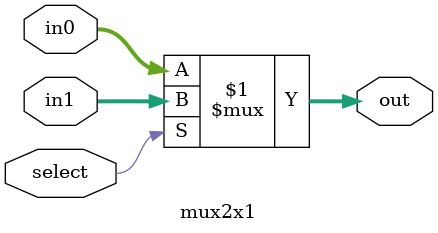
<source format=v>
`timescale 1ns / 1ps

module mux2x1(
    input wire [31:0] in0,
    input wire [31:0] in1,
    input wire select,
    output wire [31:0] out
);

    assign out = select ? in1 : in0;

endmodule

</source>
